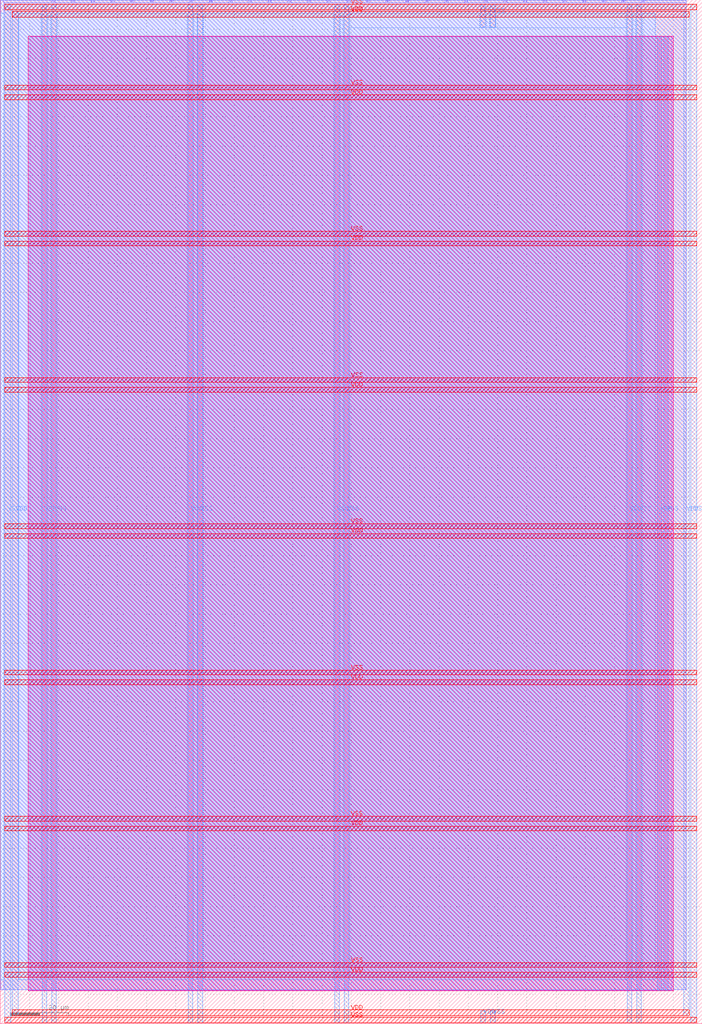
<source format=lef>
VERSION 5.7 ;
  NOWIREEXTENSIONATPIN ON ;
  DIVIDERCHAR "/" ;
  BUSBITCHARS "[]" ;
MACRO efuse_wb_mem_64x8
  CLASS BLOCK ;
  FOREIGN efuse_wb_mem_64x8 ;
  ORIGIN 0.000 0.000 ;
  SIZE 240.000 BY 350.000 ;
  PIN VDD
    DIRECTION INOUT ;
    USE POWER ;
    PORT
      LAYER Metal4 ;
        RECT 4.080 2.760 6.080 346.120 ;
    END
    PORT
      LAYER Metal5 ;
        RECT 4.080 2.760 235.600 4.760 ;
    END
    PORT
      LAYER Metal5 ;
        RECT 4.080 344.120 235.600 346.120 ;
    END
    PORT
      LAYER Metal4 ;
        RECT 233.600 2.760 235.600 346.120 ;
    END
    PORT
      LAYER Metal4 ;
        RECT 14.280 0.260 15.880 348.620 ;
    END
    PORT
      LAYER Metal4 ;
        RECT 64.280 0.260 65.880 348.620 ;
    END
    PORT
      LAYER Metal4 ;
        RECT 114.280 0.260 115.880 348.620 ;
    END
    PORT
      LAYER Metal4 ;
        RECT 164.280 0.260 165.880 4.440 ;
    END
    PORT
      LAYER Metal4 ;
        RECT 164.280 340.760 165.880 348.620 ;
    END
    PORT
      LAYER Metal4 ;
        RECT 214.280 0.260 215.880 348.620 ;
    END
    PORT
      LAYER Metal5 ;
        RECT 1.580 15.960 238.100 17.560 ;
    END
    PORT
      LAYER Metal5 ;
        RECT 1.580 65.960 238.100 67.560 ;
    END
    PORT
      LAYER Metal5 ;
        RECT 1.580 115.960 238.100 117.560 ;
    END
    PORT
      LAYER Metal5 ;
        RECT 1.580 165.960 238.100 167.560 ;
    END
    PORT
      LAYER Metal5 ;
        RECT 1.580 215.960 238.100 217.560 ;
    END
    PORT
      LAYER Metal5 ;
        RECT 1.580 265.960 238.100 267.560 ;
    END
    PORT
      LAYER Metal5 ;
        RECT 1.580 315.960 238.100 317.560 ;
    END
    PORT
      LAYER Metal4 ;
        RECT 224.600 11.460 226.200 337.420 ;
    END
  END VDD
  PIN VSS
    DIRECTION INOUT ;
    USE GROUND ;
    PORT
      LAYER Metal4 ;
        RECT 1.580 0.260 3.580 348.620 ;
    END
    PORT
      LAYER Metal5 ;
        RECT 1.580 0.260 238.100 2.260 ;
    END
    PORT
      LAYER Metal5 ;
        RECT 1.580 346.620 238.100 348.620 ;
    END
    PORT
      LAYER Metal4 ;
        RECT 236.100 0.260 238.100 348.620 ;
    END
    PORT
      LAYER Metal4 ;
        RECT 17.580 0.260 19.180 348.620 ;
    END
    PORT
      LAYER Metal4 ;
        RECT 67.580 0.260 69.180 348.620 ;
    END
    PORT
      LAYER Metal4 ;
        RECT 117.580 0.260 119.180 348.620 ;
    END
    PORT
      LAYER Metal4 ;
        RECT 167.580 0.260 169.180 4.440 ;
    END
    PORT
      LAYER Metal4 ;
        RECT 167.580 340.760 169.180 348.620 ;
    END
    PORT
      LAYER Metal4 ;
        RECT 217.580 0.260 219.180 348.620 ;
    END
    PORT
      LAYER Metal5 ;
        RECT 1.580 19.260 238.100 20.860 ;
    END
    PORT
      LAYER Metal5 ;
        RECT 1.580 69.260 238.100 70.860 ;
    END
    PORT
      LAYER Metal5 ;
        RECT 1.580 119.260 238.100 120.860 ;
    END
    PORT
      LAYER Metal5 ;
        RECT 1.580 169.260 238.100 170.860 ;
    END
    PORT
      LAYER Metal5 ;
        RECT 1.580 219.260 238.100 220.860 ;
    END
    PORT
      LAYER Metal5 ;
        RECT 1.580 269.260 238.100 270.860 ;
    END
    PORT
      LAYER Metal5 ;
        RECT 1.580 319.260 238.100 320.860 ;
    END
    PORT
      LAYER Metal4 ;
        RECT 226.840 11.460 228.440 337.420 ;
    END
  END VSS
  PIN wb_ack_o
    DIRECTION OUTPUT ;
    USE SIGNAL ;
    ANTENNADIFFAREA 0.897600 ;
    PORT
      LAYER Metal2 ;
        RECT 31.360 349.440 31.920 350.000 ;
    END
  END wb_ack_o
  PIN wb_adr_i[0]
    DIRECTION INPUT ;
    USE SIGNAL ;
    ANTENNAGATEAREA 0.396000 ;
    PORT
      LAYER Metal2 ;
        RECT 58.240 349.440 58.800 350.000 ;
    END
  END wb_adr_i[0]
  PIN wb_adr_i[1]
    DIRECTION INPUT ;
    USE SIGNAL ;
    ANTENNAGATEAREA 0.396000 ;
    PORT
      LAYER Metal2 ;
        RECT 64.960 349.440 65.520 350.000 ;
    END
  END wb_adr_i[1]
  PIN wb_adr_i[2]
    DIRECTION INPUT ;
    USE SIGNAL ;
    ANTENNAGATEAREA 0.396000 ;
    PORT
      LAYER Metal2 ;
        RECT 71.680 349.440 72.240 350.000 ;
    END
  END wb_adr_i[2]
  PIN wb_adr_i[3]
    DIRECTION INPUT ;
    USE SIGNAL ;
    ANTENNAGATEAREA 0.396000 ;
    PORT
      LAYER Metal2 ;
        RECT 78.400 349.440 78.960 350.000 ;
    END
  END wb_adr_i[3]
  PIN wb_adr_i[4]
    DIRECTION INPUT ;
    USE SIGNAL ;
    ANTENNAGATEAREA 0.396000 ;
    PORT
      LAYER Metal2 ;
        RECT 85.120 349.440 85.680 350.000 ;
    END
  END wb_adr_i[4]
  PIN wb_adr_i[5]
    DIRECTION INPUT ;
    USE SIGNAL ;
    ANTENNAGATEAREA 0.396000 ;
    PORT
      LAYER Metal2 ;
        RECT 91.840 349.440 92.400 350.000 ;
    END
  END wb_adr_i[5]
  PIN wb_adr_i[6]
    DIRECTION INPUT ;
    USE SIGNAL ;
    PORT
      LAYER Metal2 ;
        RECT 98.560 349.440 99.120 350.000 ;
    END
  END wb_adr_i[6]
  PIN wb_adr_i[7]
    DIRECTION INPUT ;
    USE SIGNAL ;
    PORT
      LAYER Metal2 ;
        RECT 105.280 349.440 105.840 350.000 ;
    END
  END wb_adr_i[7]
  PIN wb_clk_i
    DIRECTION INPUT ;
    USE SIGNAL ;
    ANTENNAGATEAREA 4.738000 ;
    PORT
      LAYER Metal2 ;
        RECT 44.800 349.440 45.360 350.000 ;
    END
  END wb_clk_i
  PIN wb_cyc_i
    DIRECTION INPUT ;
    USE SIGNAL ;
    ANTENNAGATEAREA 0.396000 ;
    PORT
      LAYER Metal2 ;
        RECT 24.640 349.440 25.200 350.000 ;
    END
  END wb_cyc_i
  PIN wb_dat_i[0]
    DIRECTION INPUT ;
    USE SIGNAL ;
    ANTENNAGATEAREA 0.396000 ;
    PORT
      LAYER Metal2 ;
        RECT 112.000 349.440 112.560 350.000 ;
    END
  END wb_dat_i[0]
  PIN wb_dat_i[1]
    DIRECTION INPUT ;
    USE SIGNAL ;
    ANTENNAGATEAREA 0.396000 ;
    PORT
      LAYER Metal2 ;
        RECT 118.720 349.440 119.280 350.000 ;
    END
  END wb_dat_i[1]
  PIN wb_dat_i[2]
    DIRECTION INPUT ;
    USE SIGNAL ;
    ANTENNAGATEAREA 0.396000 ;
    PORT
      LAYER Metal2 ;
        RECT 125.440 349.440 126.000 350.000 ;
    END
  END wb_dat_i[2]
  PIN wb_dat_i[3]
    DIRECTION INPUT ;
    USE SIGNAL ;
    ANTENNAGATEAREA 0.396000 ;
    PORT
      LAYER Metal2 ;
        RECT 132.160 349.440 132.720 350.000 ;
    END
  END wb_dat_i[3]
  PIN wb_dat_i[4]
    DIRECTION INPUT ;
    USE SIGNAL ;
    ANTENNAGATEAREA 0.396000 ;
    PORT
      LAYER Metal2 ;
        RECT 138.880 349.440 139.440 350.000 ;
    END
  END wb_dat_i[4]
  PIN wb_dat_i[5]
    DIRECTION INPUT ;
    USE SIGNAL ;
    ANTENNAGATEAREA 0.396000 ;
    PORT
      LAYER Metal2 ;
        RECT 145.600 349.440 146.160 350.000 ;
    END
  END wb_dat_i[5]
  PIN wb_dat_i[6]
    DIRECTION INPUT ;
    USE SIGNAL ;
    ANTENNAGATEAREA 0.396000 ;
    PORT
      LAYER Metal2 ;
        RECT 152.320 349.440 152.880 350.000 ;
    END
  END wb_dat_i[6]
  PIN wb_dat_i[7]
    DIRECTION INPUT ;
    USE SIGNAL ;
    ANTENNAGATEAREA 0.396000 ;
    PORT
      LAYER Metal2 ;
        RECT 159.040 349.440 159.600 350.000 ;
    END
  END wb_dat_i[7]
  PIN wb_dat_o[0]
    DIRECTION OUTPUT ;
    USE SIGNAL ;
    ANTENNADIFFAREA 0.897600 ;
    PORT
      LAYER Metal2 ;
        RECT 165.760 349.440 166.320 350.000 ;
    END
  END wb_dat_o[0]
  PIN wb_dat_o[1]
    DIRECTION OUTPUT ;
    USE SIGNAL ;
    ANTENNADIFFAREA 0.897600 ;
    PORT
      LAYER Metal2 ;
        RECT 172.480 349.440 173.040 350.000 ;
    END
  END wb_dat_o[1]
  PIN wb_dat_o[2]
    DIRECTION OUTPUT ;
    USE SIGNAL ;
    ANTENNADIFFAREA 0.897600 ;
    PORT
      LAYER Metal2 ;
        RECT 179.200 349.440 179.760 350.000 ;
    END
  END wb_dat_o[2]
  PIN wb_dat_o[3]
    DIRECTION OUTPUT ;
    USE SIGNAL ;
    ANTENNADIFFAREA 0.897600 ;
    PORT
      LAYER Metal2 ;
        RECT 185.920 349.440 186.480 350.000 ;
    END
  END wb_dat_o[3]
  PIN wb_dat_o[4]
    DIRECTION OUTPUT ;
    USE SIGNAL ;
    ANTENNADIFFAREA 0.897600 ;
    PORT
      LAYER Metal2 ;
        RECT 192.640 349.440 193.200 350.000 ;
    END
  END wb_dat_o[4]
  PIN wb_dat_o[5]
    DIRECTION OUTPUT ;
    USE SIGNAL ;
    ANTENNADIFFAREA 0.897600 ;
    PORT
      LAYER Metal2 ;
        RECT 199.360 349.440 199.920 350.000 ;
    END
  END wb_dat_o[5]
  PIN wb_dat_o[6]
    DIRECTION OUTPUT ;
    USE SIGNAL ;
    ANTENNADIFFAREA 0.897600 ;
    PORT
      LAYER Metal2 ;
        RECT 206.080 349.440 206.640 350.000 ;
    END
  END wb_dat_o[6]
  PIN wb_dat_o[7]
    DIRECTION OUTPUT ;
    USE SIGNAL ;
    ANTENNADIFFAREA 0.897600 ;
    PORT
      LAYER Metal2 ;
        RECT 212.800 349.440 213.360 350.000 ;
    END
  END wb_dat_o[7]
  PIN wb_rst_i
    DIRECTION INPUT ;
    USE SIGNAL ;
    ANTENNAGATEAREA 0.498500 ;
    PORT
      LAYER Metal2 ;
        RECT 38.080 349.440 38.640 350.000 ;
    END
  END wb_rst_i
  PIN wb_stb_i
    DIRECTION INPUT ;
    USE SIGNAL ;
    ANTENNAGATEAREA 0.396000 ;
    PORT
      LAYER Metal2 ;
        RECT 17.920 349.440 18.480 350.000 ;
    END
  END wb_stb_i
  PIN wb_we_i
    DIRECTION INPUT ;
    USE SIGNAL ;
    ANTENNAGATEAREA 0.396000 ;
    PORT
      LAYER Metal2 ;
        RECT 51.520 349.440 52.080 350.000 ;
    END
  END wb_we_i
  PIN write_disable_i
    DIRECTION INPUT ;
    USE SIGNAL ;
    ANTENNAGATEAREA 17.632000 ;
    PORT
      LAYER Metal2 ;
        RECT 219.520 349.440 220.080 350.000 ;
    END
  END write_disable_i
  OBS
      LAYER Nwell ;
        RECT 9.650 11.330 230.030 337.550 ;
      LAYER Metal1 ;
        RECT 10.080 11.460 229.600 337.420 ;
      LAYER Metal2 ;
        RECT 1.260 349.140 17.620 349.910 ;
        RECT 18.780 349.140 24.340 349.910 ;
        RECT 25.500 349.140 31.060 349.910 ;
        RECT 32.220 349.140 37.780 349.910 ;
        RECT 38.940 349.140 44.500 349.910 ;
        RECT 45.660 349.140 51.220 349.910 ;
        RECT 52.380 349.140 57.940 349.910 ;
        RECT 59.100 349.140 64.660 349.910 ;
        RECT 65.820 349.140 71.380 349.910 ;
        RECT 72.540 349.140 78.100 349.910 ;
        RECT 79.260 349.140 84.820 349.910 ;
        RECT 85.980 349.140 91.540 349.910 ;
        RECT 92.700 349.140 98.260 349.910 ;
        RECT 99.420 349.140 104.980 349.910 ;
        RECT 106.140 349.140 111.700 349.910 ;
        RECT 112.860 349.140 118.420 349.910 ;
        RECT 119.580 349.140 125.140 349.910 ;
        RECT 126.300 349.140 131.860 349.910 ;
        RECT 133.020 349.140 138.580 349.910 ;
        RECT 139.740 349.140 145.300 349.910 ;
        RECT 146.460 349.140 152.020 349.910 ;
        RECT 153.180 349.140 158.740 349.910 ;
        RECT 159.900 349.140 165.460 349.910 ;
        RECT 166.620 349.140 172.180 349.910 ;
        RECT 173.340 349.140 178.900 349.910 ;
        RECT 180.060 349.140 185.620 349.910 ;
        RECT 186.780 349.140 192.340 349.910 ;
        RECT 193.500 349.140 199.060 349.910 ;
        RECT 200.220 349.140 205.780 349.910 ;
        RECT 206.940 349.140 212.500 349.910 ;
        RECT 213.660 349.140 219.220 349.910 ;
        RECT 220.380 349.140 234.500 349.910 ;
        RECT 1.260 11.570 234.500 349.140 ;
      LAYER Metal3 ;
        RECT 0.090 11.620 234.550 349.860 ;
      LAYER Metal4 ;
        RECT 0.140 15.000 1.280 345.430 ;
        RECT 6.380 15.000 13.980 345.430 ;
        RECT 16.180 15.000 17.280 345.430 ;
        RECT 19.480 15.000 63.980 345.430 ;
        RECT 66.180 15.000 67.280 345.430 ;
        RECT 69.480 15.000 113.980 345.430 ;
        RECT 116.180 15.000 117.280 345.430 ;
        RECT 119.480 340.460 163.980 345.430 ;
        RECT 166.180 340.460 167.280 345.430 ;
        RECT 169.480 340.460 213.980 345.430 ;
        RECT 119.480 15.000 213.980 340.460 ;
        RECT 216.180 15.000 217.280 345.430 ;
        RECT 219.480 15.000 223.860 345.430 ;
  END
END efuse_wb_mem_64x8
END LIBRARY


</source>
